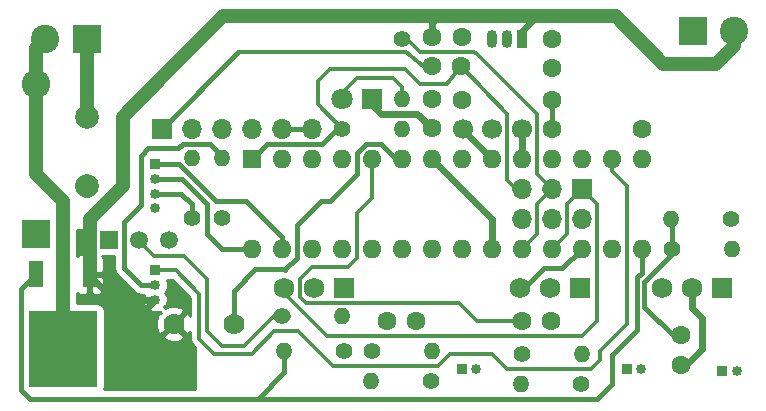
<source format=gbl>
G04 #@! TF.FileFunction,Copper,L2,Bot,Signal*
%FSLAX46Y46*%
G04 Gerber Fmt 4.6, Leading zero omitted, Abs format (unit mm)*
G04 Created by KiCad (PCBNEW 4.0.7) date 06/15/19 08:17:50*
%MOMM*%
%LPD*%
G01*
G04 APERTURE LIST*
%ADD10C,0.100000*%
%ADD11R,1.600000X1.600000*%
%ADD12O,1.600000X1.600000*%
%ADD13R,2.400000X2.400000*%
%ADD14C,2.400000*%
%ADD15C,1.700000*%
%ADD16O,2.400000X2.400000*%
%ADD17C,1.750000*%
%ADD18R,1.750000X1.750000*%
%ADD19C,1.778000*%
%ADD20C,1.400000*%
%ADD21O,1.400000X1.400000*%
%ADD22C,1.600000*%
%ADD23R,1.800000X1.800000*%
%ADD24C,1.800000*%
%ADD25R,0.850000X0.850000*%
%ADD26C,0.850000*%
%ADD27O,0.900000X1.500000*%
%ADD28R,0.900000X1.500000*%
%ADD29R,1.700000X1.700000*%
%ADD30O,1.700000X1.700000*%
%ADD31C,2.000000*%
%ADD32R,1.200000X2.200000*%
%ADD33R,5.800000X6.400000*%
%ADD34R,2.750000X3.050000*%
%ADD35C,1.520000*%
%ADD36R,1.520000X1.520000*%
%ADD37C,0.304800*%
%ADD38C,0.406400*%
%ADD39C,0.609600*%
%ADD40C,1.200000*%
%ADD41C,2.032000*%
%ADD42C,0.254000*%
G04 APERTURE END LIST*
D10*
D11*
X57658000Y-98425000D03*
D12*
X90678000Y-106045000D03*
X60198000Y-98425000D03*
X88138000Y-106045000D03*
X62738000Y-98425000D03*
X85598000Y-106045000D03*
X65278000Y-98425000D03*
X83058000Y-106045000D03*
X67818000Y-98425000D03*
X80518000Y-106045000D03*
X70358000Y-98425000D03*
X77978000Y-106045000D03*
X72898000Y-98425000D03*
X75438000Y-106045000D03*
X75438000Y-98425000D03*
X72898000Y-106045000D03*
X77978000Y-98425000D03*
X70358000Y-106045000D03*
X80518000Y-98425000D03*
X67818000Y-106045000D03*
X83058000Y-98425000D03*
X65278000Y-106045000D03*
X85598000Y-98425000D03*
X62738000Y-106045000D03*
X88138000Y-98425000D03*
X60198000Y-106045000D03*
X90678000Y-98425000D03*
X57658000Y-106045000D03*
D13*
X94998000Y-87630000D03*
D14*
X98498000Y-87630000D03*
D13*
X43688000Y-88265000D03*
D14*
X40188000Y-88265000D03*
D15*
X80518000Y-95885000D03*
X78018000Y-95885000D03*
X75518000Y-95885000D03*
D13*
X39370000Y-104775000D03*
D16*
X39370000Y-92075000D03*
D17*
X92418000Y-109365000D03*
X94958000Y-109365000D03*
D18*
X97498000Y-109365000D03*
D19*
X51054000Y-112395000D03*
X56134000Y-112395000D03*
D20*
X93258000Y-106045000D03*
D21*
X98338000Y-106045000D03*
D20*
X80558000Y-114935000D03*
D21*
X85638000Y-114935000D03*
D20*
X98258000Y-103505000D03*
D21*
X93178000Y-103505000D03*
D20*
X85558000Y-117475000D03*
D21*
X80478000Y-117475000D03*
D22*
X83058000Y-88265000D03*
X83058000Y-90765000D03*
X75438000Y-88138000D03*
X72938000Y-88138000D03*
X80518000Y-112141000D03*
X83018000Y-112141000D03*
X93998000Y-113365000D03*
X93998000Y-115865000D03*
D23*
X67818000Y-93345000D03*
D24*
X65278000Y-93345000D03*
D25*
X97498000Y-116365000D03*
D26*
X98748000Y-116365000D03*
D27*
X79248000Y-88265000D03*
X77978000Y-88265000D03*
D28*
X80518000Y-88265000D03*
D25*
X49498000Y-98865000D03*
D26*
X49498000Y-100115000D03*
X49498000Y-101365000D03*
X49498000Y-102615000D03*
D22*
X72898000Y-93345000D03*
X72898000Y-95845000D03*
X72898000Y-90551000D03*
X75398000Y-90551000D03*
D20*
X65318000Y-95885000D03*
D21*
X70398000Y-95885000D03*
D22*
X69088000Y-112141000D03*
X71588000Y-112141000D03*
D20*
X72858000Y-117221000D03*
D21*
X67778000Y-117221000D03*
D20*
X67858000Y-114681000D03*
D21*
X72938000Y-114681000D03*
D17*
X80418000Y-109365000D03*
X82958000Y-109365000D03*
D18*
X85498000Y-109365000D03*
D17*
X60418000Y-109365000D03*
X62958000Y-109365000D03*
D18*
X65498000Y-109365000D03*
D20*
X52578000Y-103465000D03*
D21*
X52578000Y-98385000D03*
D20*
X55118000Y-103465000D03*
D21*
X55118000Y-98385000D03*
D29*
X50038000Y-95885000D03*
D30*
X52578000Y-95885000D03*
X55118000Y-95885000D03*
X57658000Y-95885000D03*
X60198000Y-95885000D03*
X62738000Y-95885000D03*
D31*
X43688000Y-100690000D03*
X43688000Y-94890000D03*
D25*
X49498000Y-107865000D03*
D26*
X49498000Y-109115000D03*
X49498000Y-110365000D03*
D25*
X75438000Y-116205000D03*
D26*
X76688000Y-116205000D03*
D25*
X89408000Y-116205000D03*
D26*
X90658000Y-116205000D03*
D20*
X70358000Y-88305000D03*
D21*
X70358000Y-93385000D03*
D22*
X83058000Y-93472000D03*
X75438000Y-93472000D03*
X83058000Y-95885000D03*
X90678000Y-95885000D03*
D20*
X65492000Y-114681000D03*
D21*
X60412000Y-114681000D03*
D20*
X60238000Y-111760000D03*
D21*
X65318000Y-111760000D03*
D32*
X39376000Y-108195000D03*
X43936000Y-108195000D03*
D33*
X41656000Y-114495000D03*
D34*
X43181000Y-116170000D03*
X40131000Y-112820000D03*
X40131000Y-116170000D03*
X43181000Y-112820000D03*
D35*
X48133000Y-105283000D03*
X50673000Y-105283000D03*
D36*
X45593000Y-105283000D03*
D29*
X85598000Y-100965000D03*
D30*
X85598000Y-103505000D03*
X83058000Y-100965000D03*
X83058000Y-103505000D03*
X80518000Y-100965000D03*
X80518000Y-103505000D03*
D37*
X80518000Y-100965000D02*
X80010000Y-100965000D01*
X80010000Y-100965000D02*
X79248000Y-100203000D01*
X79248000Y-100203000D02*
X79248000Y-94655000D01*
X79248000Y-94655000D02*
X75398000Y-90551000D01*
X65532000Y-90805000D02*
X64262000Y-90805000D01*
X70612000Y-90805000D02*
X65532000Y-90805000D01*
X71882000Y-92075000D02*
X70612000Y-90805000D01*
X74168000Y-92075000D02*
X71882000Y-92075000D01*
X75398000Y-90591000D02*
X74168000Y-92075000D01*
X63246000Y-93813000D02*
X65318000Y-95885000D01*
X63246000Y-91821000D02*
X63246000Y-93813000D01*
X64262000Y-90805000D02*
X63246000Y-91821000D01*
X75398000Y-90551000D02*
X75398000Y-90591000D01*
D38*
X65318000Y-95885000D02*
X64897000Y-95885000D01*
X64897000Y-95885000D02*
X63627000Y-97155000D01*
X58928000Y-97155000D02*
X57658000Y-98425000D01*
X63627000Y-97155000D02*
X58928000Y-97155000D01*
X75438000Y-90424000D02*
X75438000Y-90297000D01*
X62738000Y-95885000D02*
X60198000Y-95885000D01*
D39*
X93998000Y-115865000D02*
X94447000Y-115865000D01*
X94447000Y-115865000D02*
X95758000Y-114554000D01*
X94958000Y-111087000D02*
X94958000Y-109365000D01*
X95758000Y-111887000D02*
X94958000Y-111087000D01*
X95758000Y-114554000D02*
X95758000Y-111887000D01*
X74168000Y-86365000D02*
X73528000Y-86365000D01*
X72938000Y-86955000D02*
X72938000Y-88138000D01*
X73528000Y-86365000D02*
X72938000Y-86955000D01*
X80518000Y-88265000D02*
X80518000Y-87630000D01*
X80518000Y-87630000D02*
X81783000Y-86365000D01*
D40*
X98498000Y-87630000D02*
X98498000Y-88865000D01*
X88498000Y-86365000D02*
X81783000Y-86365000D01*
X81783000Y-86365000D02*
X74168000Y-86365000D01*
X92498000Y-90365000D02*
X88498000Y-86365000D01*
X96998000Y-90365000D02*
X92498000Y-90365000D01*
X98498000Y-88865000D02*
X96998000Y-90365000D01*
D39*
X43936000Y-108195000D02*
X43936000Y-108325000D01*
X43936000Y-108325000D02*
X45976000Y-110365000D01*
X45976000Y-110365000D02*
X49498000Y-110365000D01*
D40*
X43936000Y-108195000D02*
X43936000Y-103511000D01*
X43936000Y-103511000D02*
X46736000Y-100711000D01*
X46736000Y-100711000D02*
X46736000Y-94869000D01*
D39*
X67818000Y-93345000D02*
X67818000Y-93853000D01*
X67818000Y-93853000D02*
X68580000Y-94615000D01*
X71668000Y-94615000D02*
X72898000Y-95845000D01*
X68580000Y-94615000D02*
X71668000Y-94615000D01*
X72938000Y-95885000D02*
X72898000Y-95845000D01*
D40*
X55240000Y-86365000D02*
X50165000Y-91440000D01*
X74168000Y-86365000D02*
X55240000Y-86365000D01*
X46736000Y-94869000D02*
X50165000Y-91440000D01*
D38*
X70231000Y-106172000D02*
X70358000Y-106045000D01*
X93258000Y-106045000D02*
X93258000Y-103585000D01*
X93258000Y-103585000D02*
X93178000Y-103505000D01*
X93998000Y-113365000D02*
X93299000Y-113365000D01*
X93299000Y-113365000D02*
X90903402Y-110969402D01*
X90903402Y-110969402D02*
X90903402Y-108867598D01*
X90903402Y-108867598D02*
X93258000Y-106513000D01*
X93258000Y-106513000D02*
X93258000Y-106045000D01*
X83058000Y-95885000D02*
X83058000Y-94615000D01*
X83058000Y-94615000D02*
X83058000Y-93472000D01*
X49498000Y-98865000D02*
X51494000Y-98865000D01*
X60198000Y-105029000D02*
X60198000Y-106045000D01*
X57150000Y-101981000D02*
X60198000Y-105029000D01*
X54610000Y-101981000D02*
X57150000Y-101981000D01*
X51494000Y-98865000D02*
X54610000Y-101981000D01*
X49498000Y-100115000D02*
X51728000Y-100115000D01*
X55118000Y-106045000D02*
X57658000Y-106045000D01*
X53848000Y-104775000D02*
X55118000Y-106045000D01*
X53848000Y-102235000D02*
X53848000Y-104775000D01*
X51728000Y-100115000D02*
X53848000Y-102235000D01*
X60412000Y-114681000D02*
X60412000Y-116499000D01*
X60412000Y-116499000D02*
X58166000Y-118745000D01*
X48133000Y-118745000D02*
X38862000Y-118745000D01*
X63754000Y-118745000D02*
X58166000Y-118745000D01*
X58166000Y-118745000D02*
X48133000Y-118745000D01*
X38100000Y-109471000D02*
X39376000Y-108195000D01*
X38100000Y-117983000D02*
X38100000Y-109471000D01*
X38862000Y-118745000D02*
X38100000Y-117983000D01*
X90678000Y-107315000D02*
X90678000Y-108077000D01*
X90678000Y-107315000D02*
X90678000Y-106045000D01*
X90297000Y-112903000D02*
X88138000Y-115062000D01*
X90297000Y-108458000D02*
X90297000Y-112903000D01*
X90678000Y-108077000D02*
X90297000Y-108458000D01*
X88138000Y-115062000D02*
X88138000Y-117475000D01*
X86868000Y-118745000D02*
X88138000Y-117475000D01*
X63754000Y-118745000D02*
X86868000Y-118745000D01*
D37*
X61468000Y-113030000D02*
X61595000Y-113030000D01*
X51223000Y-107865000D02*
X53213000Y-109855000D01*
X53213000Y-109855000D02*
X53213000Y-113665000D01*
X53213000Y-113665000D02*
X54483000Y-114935000D01*
X54483000Y-114935000D02*
X57658000Y-114935000D01*
X57658000Y-114935000D02*
X59563000Y-113030000D01*
X59563000Y-113030000D02*
X61468000Y-113030000D01*
X49498000Y-107865000D02*
X51223000Y-107865000D01*
X88138000Y-99441000D02*
X88138000Y-98425000D01*
X89408000Y-100711000D02*
X88138000Y-99441000D01*
X89408000Y-104775000D02*
X89408000Y-100711000D01*
X89408000Y-112395000D02*
X89408000Y-104775000D01*
X87122000Y-114681000D02*
X89408000Y-112395000D01*
X87122000Y-115443000D02*
X87122000Y-114681000D01*
X86360000Y-116205000D02*
X87122000Y-115443000D01*
X79248000Y-116205000D02*
X86360000Y-116205000D01*
X77978000Y-114935000D02*
X79248000Y-116205000D01*
X74422000Y-114935000D02*
X77978000Y-114935000D01*
X73406000Y-115951000D02*
X74422000Y-114935000D01*
X64516000Y-115951000D02*
X73406000Y-115951000D01*
X61595000Y-113030000D02*
X64516000Y-115951000D01*
D38*
X52578000Y-98385000D02*
X52578000Y-98679000D01*
X60515500Y-107759500D02*
X57975500Y-107759500D01*
X56134000Y-109601000D02*
X56134000Y-112395000D01*
X57975500Y-107759500D02*
X56134000Y-109601000D01*
X64262000Y-101981000D02*
X66548000Y-99695000D01*
X66548000Y-99695000D02*
X66548000Y-97917000D01*
X66548000Y-97917000D02*
X67310000Y-97155000D01*
X67310000Y-97155000D02*
X68580000Y-97155000D01*
X69850000Y-98425000D02*
X68580000Y-97155000D01*
X61468000Y-106807000D02*
X60515500Y-107759500D01*
X60515500Y-107759500D02*
X60452000Y-107823000D01*
X61468000Y-104013000D02*
X61468000Y-106807000D01*
X63500000Y-101981000D02*
X61468000Y-104013000D01*
X63500000Y-101981000D02*
X64262000Y-101981000D01*
X69850000Y-98425000D02*
X70358000Y-98425000D01*
X70358000Y-98425000D02*
X70358000Y-98552000D01*
D37*
X73660000Y-110617000D02*
X75184000Y-110617000D01*
X73660000Y-110617000D02*
X62230000Y-110617000D01*
X62230000Y-110617000D02*
X61722000Y-110109000D01*
X61722000Y-110109000D02*
X61722000Y-108585000D01*
X61722000Y-108585000D02*
X62738000Y-107569000D01*
X62738000Y-107569000D02*
X65786000Y-107569000D01*
X65786000Y-107569000D02*
X66548000Y-106807000D01*
X66548000Y-106807000D02*
X66548000Y-102997000D01*
X66548000Y-102997000D02*
X67818000Y-101727000D01*
X67818000Y-98425000D02*
X67818000Y-101727000D01*
X76708000Y-112141000D02*
X80518000Y-112141000D01*
X75184000Y-110617000D02*
X76708000Y-112141000D01*
D38*
X65278000Y-98425000D02*
X65278000Y-98044000D01*
D37*
X70358000Y-88305000D02*
X70842500Y-88305000D01*
X70842500Y-88305000D02*
X71882000Y-89344500D01*
X81788000Y-99695000D02*
X81788000Y-94615000D01*
X81788000Y-94615000D02*
X79248000Y-92075000D01*
X83058000Y-100965000D02*
X81788000Y-99695000D01*
X76708000Y-89535000D02*
X79248000Y-92075000D01*
X76517500Y-89344500D02*
X76708000Y-89535000D01*
X71882000Y-89344500D02*
X76517500Y-89344500D01*
X70358000Y-88305000D02*
X70906000Y-88305000D01*
X83058000Y-100965000D02*
X81788000Y-102235000D01*
X81788000Y-104775000D02*
X80518000Y-106045000D01*
X81788000Y-102235000D02*
X81788000Y-104775000D01*
X60418000Y-109365000D02*
X60418000Y-109821000D01*
X60418000Y-109821000D02*
X64008000Y-113411000D01*
X86868000Y-102235000D02*
X85598000Y-100965000D01*
X86868000Y-112141000D02*
X86868000Y-102235000D01*
X85598000Y-113411000D02*
X86868000Y-112141000D01*
X64008000Y-113411000D02*
X85598000Y-113411000D01*
X85598000Y-100965000D02*
X84328000Y-102235000D01*
X84328000Y-104775000D02*
X83058000Y-106045000D01*
X84328000Y-102235000D02*
X84328000Y-104775000D01*
D38*
X60418000Y-109365000D02*
X60561000Y-109365000D01*
D39*
X77978000Y-106045000D02*
X77978000Y-103505000D01*
X77978000Y-103505000D02*
X72898000Y-98425000D01*
D37*
X65278000Y-93345000D02*
X65278000Y-92837000D01*
X65278000Y-92837000D02*
X66548000Y-91567000D01*
X66548000Y-91567000D02*
X69596000Y-91567000D01*
X69596000Y-91567000D02*
X70358000Y-92329000D01*
X70358000Y-92329000D02*
X70358000Y-93385000D01*
X70398000Y-93305000D02*
X70358000Y-93305000D01*
D39*
X75518000Y-95885000D02*
X75518000Y-95965000D01*
X75518000Y-95965000D02*
X77978000Y-98425000D01*
X80518000Y-98425000D02*
X80518000Y-95885000D01*
D38*
X80754000Y-109365000D02*
X82423000Y-107696000D01*
X82423000Y-107696000D02*
X83947000Y-107696000D01*
X85598000Y-106045000D02*
X83947000Y-107696000D01*
X80418000Y-109365000D02*
X80754000Y-109365000D01*
X80418000Y-109365000D02*
X80418000Y-109882000D01*
D37*
X72898000Y-90551000D02*
X72136000Y-90551000D01*
X72136000Y-90551000D02*
X70739000Y-89408000D01*
X70739000Y-89408000D02*
X56515000Y-89408000D01*
X72938000Y-90591000D02*
X72938000Y-90424000D01*
D38*
X56515000Y-89408000D02*
X50038000Y-95885000D01*
X55118000Y-98385000D02*
X55118000Y-98171000D01*
X55118000Y-98171000D02*
X54102000Y-97155000D01*
X54102000Y-97155000D02*
X51816000Y-97155000D01*
X51816000Y-97155000D02*
X51435000Y-97536000D01*
X51435000Y-97536000D02*
X48895000Y-97536000D01*
X48895000Y-97536000D02*
X48260000Y-98171000D01*
X48260000Y-98171000D02*
X48260000Y-102362000D01*
X48260000Y-102362000D02*
X47879000Y-102743000D01*
X48282000Y-109115000D02*
X49498000Y-109115000D01*
X46863000Y-107696000D02*
X48282000Y-109115000D01*
X46863000Y-103759000D02*
X46863000Y-107696000D01*
X47879000Y-102743000D02*
X46863000Y-103759000D01*
D40*
X43688000Y-94890000D02*
X43688000Y-88265000D01*
D41*
X43688000Y-100690000D02*
X43709000Y-100690000D01*
X94998000Y-87630000D02*
X94998000Y-87505000D01*
D37*
X48133000Y-105283000D02*
X48133000Y-105410000D01*
X48133000Y-105410000D02*
X49403000Y-106680000D01*
X57023000Y-114300000D02*
X59563000Y-111760000D01*
X55118000Y-114300000D02*
X57023000Y-114300000D01*
X53848000Y-113030000D02*
X55118000Y-114300000D01*
X53848000Y-108585000D02*
X53848000Y-113030000D01*
X51943000Y-106680000D02*
X53848000Y-108585000D01*
X49403000Y-106680000D02*
X51943000Y-106680000D01*
X59563000Y-111760000D02*
X60238000Y-111760000D01*
D38*
X48133000Y-105283000D02*
X48260000Y-105283000D01*
X60579000Y-111720000D02*
X60579000Y-111506000D01*
X60579000Y-111720000D02*
X60746000Y-111720000D01*
X49498000Y-101365000D02*
X51708000Y-101365000D01*
X52578000Y-102235000D02*
X52578000Y-103465000D01*
X51708000Y-101365000D02*
X52578000Y-102235000D01*
D40*
X39370000Y-92075000D02*
X39370000Y-89083000D01*
X41656000Y-114495000D02*
X41656000Y-101981000D01*
X39370000Y-99695000D02*
X39370000Y-92075000D01*
X41656000Y-101981000D02*
X39370000Y-99695000D01*
D42*
G36*
X44185560Y-104523000D02*
X44185560Y-106043000D01*
X44229838Y-106278317D01*
X44346748Y-106460000D01*
X44221750Y-106460000D01*
X44063000Y-106618750D01*
X44063000Y-108068000D01*
X45012250Y-108068000D01*
X45171000Y-107909250D01*
X45171000Y-106968691D01*
X45074327Y-106735302D01*
X45029465Y-106690440D01*
X46024800Y-106690440D01*
X46024800Y-107696000D01*
X46088604Y-108016766D01*
X46270303Y-108288697D01*
X47689303Y-109707697D01*
X47961234Y-109889396D01*
X48282000Y-109953200D01*
X48517254Y-109953200D01*
X48424728Y-110237939D01*
X48457801Y-110658334D01*
X48555050Y-110893113D01*
X48762447Y-110920948D01*
X49318395Y-110365000D01*
X49304253Y-110350858D01*
X49480125Y-110174985D01*
X49487597Y-110174992D01*
X49498000Y-110185395D01*
X49508385Y-110175010D01*
X49515907Y-110175017D01*
X49691748Y-110350858D01*
X49677605Y-110365000D01*
X49691748Y-110379143D01*
X49512143Y-110558748D01*
X49498000Y-110544605D01*
X48942052Y-111100553D01*
X48969887Y-111307950D01*
X49370939Y-111438272D01*
X49791334Y-111405199D01*
X49891198Y-111363834D01*
X49867212Y-111387820D01*
X49981802Y-111502410D01*
X49726461Y-111587467D01*
X49518484Y-112156965D01*
X49544277Y-112762700D01*
X49726461Y-113202533D01*
X49981804Y-113287591D01*
X50874395Y-112395000D01*
X50860253Y-112380858D01*
X51039858Y-112201253D01*
X51054000Y-112215395D01*
X51946591Y-111322804D01*
X51861533Y-111067461D01*
X51292035Y-110859484D01*
X50686300Y-110885277D01*
X50340938Y-111028330D01*
X50233556Y-110920948D01*
X50440950Y-110893113D01*
X50571272Y-110492061D01*
X50538199Y-110071666D01*
X50440950Y-109836887D01*
X50294869Y-109817281D01*
X50396101Y-109716226D01*
X50557816Y-109326772D01*
X50558184Y-108905078D01*
X50453780Y-108652400D01*
X50896848Y-108652400D01*
X52425600Y-110181152D01*
X52425600Y-111693840D01*
X52381539Y-111587467D01*
X52126196Y-111502409D01*
X51233605Y-112395000D01*
X52126196Y-113287591D01*
X52381539Y-113202533D01*
X52425600Y-113081882D01*
X52425600Y-113665000D01*
X52485537Y-113966325D01*
X52656224Y-114221776D01*
X52871000Y-114436552D01*
X52871000Y-117906800D01*
X45160549Y-117906800D01*
X45203440Y-117695000D01*
X45203440Y-113467196D01*
X50161409Y-113467196D01*
X50246467Y-113722539D01*
X50815965Y-113930516D01*
X51421700Y-113904723D01*
X51861533Y-113722539D01*
X51946591Y-113467196D01*
X51054000Y-112574605D01*
X50161409Y-113467196D01*
X45203440Y-113467196D01*
X45203440Y-111295000D01*
X45159162Y-111059683D01*
X45020090Y-110843559D01*
X44807890Y-110698569D01*
X44556000Y-110647560D01*
X42891000Y-110647560D01*
X42891000Y-109748026D01*
X42976301Y-109833327D01*
X43209690Y-109930000D01*
X43650250Y-109930000D01*
X43809000Y-109771250D01*
X43809000Y-108322000D01*
X44063000Y-108322000D01*
X44063000Y-109771250D01*
X44221750Y-109930000D01*
X44662310Y-109930000D01*
X44895699Y-109833327D01*
X45074327Y-109654698D01*
X45171000Y-109421309D01*
X45171000Y-108480750D01*
X45012250Y-108322000D01*
X44063000Y-108322000D01*
X43809000Y-108322000D01*
X43789000Y-108322000D01*
X43789000Y-108068000D01*
X43809000Y-108068000D01*
X43809000Y-106618750D01*
X43650250Y-106460000D01*
X43209690Y-106460000D01*
X42976301Y-106556673D01*
X42891000Y-106641974D01*
X42891000Y-104492000D01*
X44191838Y-104492000D01*
X44185560Y-104523000D01*
X44185560Y-104523000D01*
G37*
X44185560Y-104523000D02*
X44185560Y-106043000D01*
X44229838Y-106278317D01*
X44346748Y-106460000D01*
X44221750Y-106460000D01*
X44063000Y-106618750D01*
X44063000Y-108068000D01*
X45012250Y-108068000D01*
X45171000Y-107909250D01*
X45171000Y-106968691D01*
X45074327Y-106735302D01*
X45029465Y-106690440D01*
X46024800Y-106690440D01*
X46024800Y-107696000D01*
X46088604Y-108016766D01*
X46270303Y-108288697D01*
X47689303Y-109707697D01*
X47961234Y-109889396D01*
X48282000Y-109953200D01*
X48517254Y-109953200D01*
X48424728Y-110237939D01*
X48457801Y-110658334D01*
X48555050Y-110893113D01*
X48762447Y-110920948D01*
X49318395Y-110365000D01*
X49304253Y-110350858D01*
X49480125Y-110174985D01*
X49487597Y-110174992D01*
X49498000Y-110185395D01*
X49508385Y-110175010D01*
X49515907Y-110175017D01*
X49691748Y-110350858D01*
X49677605Y-110365000D01*
X49691748Y-110379143D01*
X49512143Y-110558748D01*
X49498000Y-110544605D01*
X48942052Y-111100553D01*
X48969887Y-111307950D01*
X49370939Y-111438272D01*
X49791334Y-111405199D01*
X49891198Y-111363834D01*
X49867212Y-111387820D01*
X49981802Y-111502410D01*
X49726461Y-111587467D01*
X49518484Y-112156965D01*
X49544277Y-112762700D01*
X49726461Y-113202533D01*
X49981804Y-113287591D01*
X50874395Y-112395000D01*
X50860253Y-112380858D01*
X51039858Y-112201253D01*
X51054000Y-112215395D01*
X51946591Y-111322804D01*
X51861533Y-111067461D01*
X51292035Y-110859484D01*
X50686300Y-110885277D01*
X50340938Y-111028330D01*
X50233556Y-110920948D01*
X50440950Y-110893113D01*
X50571272Y-110492061D01*
X50538199Y-110071666D01*
X50440950Y-109836887D01*
X50294869Y-109817281D01*
X50396101Y-109716226D01*
X50557816Y-109326772D01*
X50558184Y-108905078D01*
X50453780Y-108652400D01*
X50896848Y-108652400D01*
X52425600Y-110181152D01*
X52425600Y-111693840D01*
X52381539Y-111587467D01*
X52126196Y-111502409D01*
X51233605Y-112395000D01*
X52126196Y-113287591D01*
X52381539Y-113202533D01*
X52425600Y-113081882D01*
X52425600Y-113665000D01*
X52485537Y-113966325D01*
X52656224Y-114221776D01*
X52871000Y-114436552D01*
X52871000Y-117906800D01*
X45160549Y-117906800D01*
X45203440Y-117695000D01*
X45203440Y-113467196D01*
X50161409Y-113467196D01*
X50246467Y-113722539D01*
X50815965Y-113930516D01*
X51421700Y-113904723D01*
X51861533Y-113722539D01*
X51946591Y-113467196D01*
X51054000Y-112574605D01*
X50161409Y-113467196D01*
X45203440Y-113467196D01*
X45203440Y-111295000D01*
X45159162Y-111059683D01*
X45020090Y-110843559D01*
X44807890Y-110698569D01*
X44556000Y-110647560D01*
X42891000Y-110647560D01*
X42891000Y-109748026D01*
X42976301Y-109833327D01*
X43209690Y-109930000D01*
X43650250Y-109930000D01*
X43809000Y-109771250D01*
X43809000Y-108322000D01*
X44063000Y-108322000D01*
X44063000Y-109771250D01*
X44221750Y-109930000D01*
X44662310Y-109930000D01*
X44895699Y-109833327D01*
X45074327Y-109654698D01*
X45171000Y-109421309D01*
X45171000Y-108480750D01*
X45012250Y-108322000D01*
X44063000Y-108322000D01*
X43809000Y-108322000D01*
X43789000Y-108322000D01*
X43789000Y-108068000D01*
X43809000Y-108068000D01*
X43809000Y-106618750D01*
X43650250Y-106460000D01*
X43209690Y-106460000D01*
X42976301Y-106556673D01*
X42891000Y-106641974D01*
X42891000Y-104492000D01*
X44191838Y-104492000D01*
X44185560Y-104523000D01*
M02*

</source>
